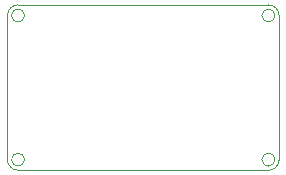
<source format=gm1>
G04 #@! TF.GenerationSoftware,KiCad,Pcbnew,(5.1.4)-1*
G04 #@! TF.CreationDate,2020-03-01T13:43:41+08:00*
G04 #@! TF.ProjectId,Core-Charger,436f7265-2d43-4686-9172-6765722e6b69,rev?*
G04 #@! TF.SameCoordinates,Original*
G04 #@! TF.FileFunction,Profile,NP*
%FSLAX46Y46*%
G04 Gerber Fmt 4.6, Leading zero omitted, Abs format (unit mm)*
G04 Created by KiCad (PCBNEW (5.1.4)-1) date 2020-03-01 13:43:41*
%MOMM*%
%LPD*%
G04 APERTURE LIST*
%ADD10C,0.100000*%
G04 APERTURE END LIST*
D10*
X149380000Y-96700000D02*
G75*
G02X148480000Y-97600000I-900000J0D01*
G01*
X126380000Y-84500000D02*
X126380000Y-96700000D01*
X149030000Y-84500000D02*
G75*
G03X149030000Y-84500000I-550000J0D01*
G01*
X126379999Y-84500000D02*
G75*
G02X127280000Y-83599999I900001J0D01*
G01*
X148480000Y-83599900D02*
X127280000Y-83599999D01*
X127830000Y-96700000D02*
G75*
G03X127830000Y-96700000I-550000J0D01*
G01*
X148480001Y-83599945D02*
G75*
G02X149379999Y-84490000I-1J-900055D01*
G01*
X127280000Y-97600000D02*
G75*
G02X126380000Y-96700000I0J900000D01*
G01*
X149030000Y-96700000D02*
G75*
G03X149030000Y-96700000I-550000J0D01*
G01*
X149380000Y-96700000D02*
X149380000Y-84489999D01*
X127830000Y-84500000D02*
G75*
G03X127830000Y-84500000I-550000J0D01*
G01*
X127280000Y-97600000D02*
X148480000Y-97600000D01*
M02*

</source>
